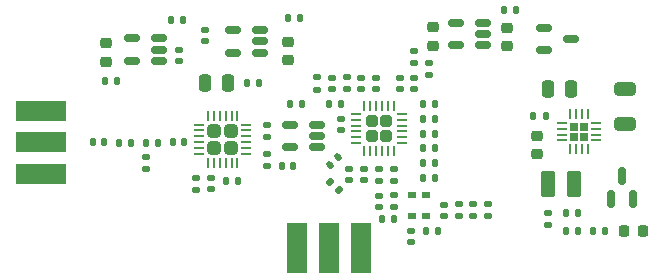
<source format=gbr>
%TF.GenerationSoftware,KiCad,Pcbnew,9.0.1-1.fc42*%
%TF.CreationDate,2025-04-12T13:57:23+02:00*%
%TF.ProjectId,ADF4158_PCB,41444634-3135-4385-9f50-43422e6b6963,rev?*%
%TF.SameCoordinates,Original*%
%TF.FileFunction,Paste,Top*%
%TF.FilePolarity,Positive*%
%FSLAX46Y46*%
G04 Gerber Fmt 4.6, Leading zero omitted, Abs format (unit mm)*
G04 Created by KiCad (PCBNEW 9.0.1-1.fc42) date 2025-04-12 13:57:23*
%MOMM*%
%LPD*%
G01*
G04 APERTURE LIST*
G04 Aperture macros list*
%AMRoundRect*
0 Rectangle with rounded corners*
0 $1 Rounding radius*
0 $2 $3 $4 $5 $6 $7 $8 $9 X,Y pos of 4 corners*
0 Add a 4 corners polygon primitive as box body*
4,1,4,$2,$3,$4,$5,$6,$7,$8,$9,$2,$3,0*
0 Add four circle primitives for the rounded corners*
1,1,$1+$1,$2,$3*
1,1,$1+$1,$4,$5*
1,1,$1+$1,$6,$7*
1,1,$1+$1,$8,$9*
0 Add four rect primitives between the rounded corners*
20,1,$1+$1,$2,$3,$4,$5,0*
20,1,$1+$1,$4,$5,$6,$7,0*
20,1,$1+$1,$6,$7,$8,$9,0*
20,1,$1+$1,$8,$9,$2,$3,0*%
G04 Aperture macros list end*
%ADD10RoundRect,0.250000X0.315000X0.315000X-0.315000X0.315000X-0.315000X-0.315000X0.315000X-0.315000X0*%
%ADD11RoundRect,0.062500X0.325000X0.062500X-0.325000X0.062500X-0.325000X-0.062500X0.325000X-0.062500X0*%
%ADD12RoundRect,0.062500X0.062500X0.325000X-0.062500X0.325000X-0.062500X-0.325000X0.062500X-0.325000X0*%
%ADD13RoundRect,0.140000X0.140000X0.170000X-0.140000X0.170000X-0.140000X-0.170000X0.140000X-0.170000X0*%
%ADD14RoundRect,0.135000X0.135000X0.185000X-0.135000X0.185000X-0.135000X-0.185000X0.135000X-0.185000X0*%
%ADD15RoundRect,0.140000X0.170000X-0.140000X0.170000X0.140000X-0.170000X0.140000X-0.170000X-0.140000X0*%
%ADD16R,0.800000X0.600000*%
%ADD17RoundRect,0.140000X-0.170000X0.140000X-0.170000X-0.140000X0.170000X-0.140000X0.170000X0.140000X0*%
%ADD18RoundRect,0.150000X0.512500X0.150000X-0.512500X0.150000X-0.512500X-0.150000X0.512500X-0.150000X0*%
%ADD19RoundRect,0.250000X0.375000X0.850000X-0.375000X0.850000X-0.375000X-0.850000X0.375000X-0.850000X0*%
%ADD20R,1.800000X4.200000*%
%ADD21RoundRect,0.135000X-0.185000X0.135000X-0.185000X-0.135000X0.185000X-0.135000X0.185000X0.135000X0*%
%ADD22RoundRect,0.250000X-0.255000X-0.255000X0.255000X-0.255000X0.255000X0.255000X-0.255000X0.255000X0*%
%ADD23RoundRect,0.062500X-0.375000X-0.062500X0.375000X-0.062500X0.375000X0.062500X-0.375000X0.062500X0*%
%ADD24RoundRect,0.062500X-0.062500X-0.375000X0.062500X-0.375000X0.062500X0.375000X-0.062500X0.375000X0*%
%ADD25RoundRect,0.135000X-0.135000X-0.185000X0.135000X-0.185000X0.135000X0.185000X-0.135000X0.185000X0*%
%ADD26RoundRect,0.250000X-0.650000X0.325000X-0.650000X-0.325000X0.650000X-0.325000X0.650000X0.325000X0*%
%ADD27RoundRect,0.135000X0.185000X-0.135000X0.185000X0.135000X-0.185000X0.135000X-0.185000X-0.135000X0*%
%ADD28RoundRect,0.218750X0.218750X0.256250X-0.218750X0.256250X-0.218750X-0.256250X0.218750X-0.256250X0*%
%ADD29RoundRect,0.150000X-0.512500X-0.150000X0.512500X-0.150000X0.512500X0.150000X-0.512500X0.150000X0*%
%ADD30RoundRect,0.150000X0.150000X-0.587500X0.150000X0.587500X-0.150000X0.587500X-0.150000X-0.587500X0*%
%ADD31RoundRect,0.182500X0.182500X-0.182500X0.182500X0.182500X-0.182500X0.182500X-0.182500X-0.182500X0*%
%ADD32RoundRect,0.062500X0.062500X-0.350000X0.062500X0.350000X-0.062500X0.350000X-0.062500X-0.350000X0*%
%ADD33RoundRect,0.062500X0.350000X-0.062500X0.350000X0.062500X-0.350000X0.062500X-0.350000X-0.062500X0*%
%ADD34RoundRect,0.135000X0.226274X0.035355X0.035355X0.226274X-0.226274X-0.035355X-0.035355X-0.226274X0*%
%ADD35R,4.200000X1.800000*%
%ADD36RoundRect,0.225000X0.250000X-0.225000X0.250000X0.225000X-0.250000X0.225000X-0.250000X-0.225000X0*%
%ADD37RoundRect,0.250000X0.250000X0.475000X-0.250000X0.475000X-0.250000X-0.475000X0.250000X-0.475000X0*%
%ADD38RoundRect,0.140000X-0.140000X-0.170000X0.140000X-0.170000X0.140000X0.170000X-0.140000X0.170000X0*%
%ADD39RoundRect,0.140000X-0.021213X0.219203X-0.219203X0.021213X0.021213X-0.219203X0.219203X-0.021213X0*%
G04 APERTURE END LIST*
D10*
%TO.C,U4*%
X140712500Y-102437500D03*
X140712500Y-101037500D03*
X139312500Y-102437500D03*
X139312500Y-101037500D03*
D11*
X142000000Y-102987500D03*
X142000000Y-102487500D03*
X142000000Y-101987500D03*
X142000000Y-101487500D03*
X142000000Y-100987500D03*
X142000000Y-100487500D03*
D12*
X141262500Y-99750000D03*
X140762500Y-99750000D03*
X140262500Y-99750000D03*
X139762500Y-99750000D03*
X139262500Y-99750000D03*
X138762500Y-99750000D03*
D11*
X138025000Y-100487500D03*
X138025000Y-100987500D03*
X138025000Y-101487500D03*
X138025000Y-101987500D03*
X138025000Y-102487500D03*
X138025000Y-102987500D03*
D12*
X138762500Y-103725000D03*
X139262500Y-103725000D03*
X139762500Y-103725000D03*
X140262500Y-103725000D03*
X140762500Y-103725000D03*
X141262500Y-103725000D03*
%TD*%
D13*
%TO.C,C19*%
X136750000Y-102000000D03*
X135790000Y-102000000D03*
%TD*%
D14*
%TO.C,R25*%
X158010000Y-101250000D03*
X156990000Y-101250000D03*
%TD*%
%TO.C,R19*%
X154520000Y-108500000D03*
X153500000Y-108500000D03*
%TD*%
D15*
%TO.C,C9*%
X149250000Y-97500000D03*
X149250000Y-96540000D03*
%TD*%
D16*
%TO.C,Y1*%
X157250000Y-108250000D03*
X157250000Y-106450000D03*
X156050000Y-106450000D03*
X156050000Y-108250000D03*
%TD*%
D17*
%TO.C,C8*%
X138550000Y-92450000D03*
X138550000Y-93410000D03*
%TD*%
D15*
%TO.C,C20*%
X150750000Y-105210000D03*
X150750000Y-104250000D03*
%TD*%
D14*
%TO.C,R13*%
X164835000Y-90800000D03*
X163815000Y-90800000D03*
%TD*%
D18*
%TO.C,U5*%
X148000000Y-102400000D03*
X148000000Y-101450000D03*
X148000000Y-100500000D03*
X145725000Y-100500000D03*
X145725000Y-102400000D03*
%TD*%
D14*
%TO.C,R6*%
X136620000Y-91600000D03*
X135600000Y-91600000D03*
%TD*%
%TO.C,R26*%
X170120000Y-109500000D03*
X169100000Y-109500000D03*
%TD*%
D13*
%TO.C,C21*%
X130000000Y-102000000D03*
X129040000Y-102000000D03*
%TD*%
D19*
%TO.C,L1*%
X169750000Y-105500000D03*
X167600000Y-105500000D03*
%TD*%
D17*
%TO.C,C28*%
X158750000Y-107290000D03*
X158750000Y-108250000D03*
%TD*%
D20*
%TO.C,J3*%
X149000000Y-110900000D03*
X151700000Y-110900000D03*
X146300000Y-110900000D03*
%TD*%
D13*
%TO.C,C23*%
X145960000Y-104000000D03*
X145000000Y-104000000D03*
%TD*%
D21*
%TO.C,R12*%
X157500000Y-95250000D03*
X157500000Y-96270000D03*
%TD*%
D14*
%TO.C,R4*%
X146570000Y-91450000D03*
X145550000Y-91450000D03*
%TD*%
D22*
%TO.C,U6*%
X152625000Y-100200000D03*
X152625000Y-101450000D03*
X153875000Y-100200000D03*
X153875000Y-101450000D03*
D23*
X151312500Y-99575000D03*
X151312500Y-100075000D03*
X151312500Y-100575000D03*
X151312500Y-101075000D03*
X151312500Y-101575000D03*
X151312500Y-102075000D03*
D24*
X152000000Y-102762500D03*
X152500000Y-102762500D03*
X153000000Y-102762500D03*
X153500000Y-102762500D03*
X154000000Y-102762500D03*
X154500000Y-102762500D03*
D23*
X155187500Y-102075000D03*
X155187500Y-101575000D03*
X155187500Y-101075000D03*
X155187500Y-100575000D03*
X155187500Y-100075000D03*
X155187500Y-99575000D03*
D24*
X154500000Y-98887500D03*
X154000000Y-98887500D03*
X153500000Y-98887500D03*
X153000000Y-98887500D03*
X152500000Y-98887500D03*
X152000000Y-98887500D03*
%TD*%
D25*
%TO.C,R8*%
X166330000Y-99750000D03*
X167350000Y-99750000D03*
%TD*%
%TO.C,R27*%
X157250000Y-109500000D03*
X158270000Y-109500000D03*
%TD*%
D18*
%TO.C,U3*%
X162025000Y-93750000D03*
X162025000Y-92800000D03*
X162025000Y-91850000D03*
X159750000Y-91850000D03*
X159750000Y-93750000D03*
%TD*%
D14*
%TO.C,R28*%
X158010000Y-103750000D03*
X156990000Y-103750000D03*
%TD*%
D17*
%TO.C,C29*%
X156000000Y-109500000D03*
X156000000Y-110460000D03*
%TD*%
%TO.C,C13*%
X156250000Y-96520000D03*
X156250000Y-97480000D03*
%TD*%
D21*
%TO.C,R1*%
X148000000Y-96500000D03*
X148000000Y-97520000D03*
%TD*%
D14*
%TO.C,R29*%
X170120000Y-108000000D03*
X169100000Y-108000000D03*
%TD*%
D15*
%TO.C,C26*%
X152000000Y-105210000D03*
X152000000Y-104250000D03*
%TD*%
D14*
%TO.C,R10*%
X158030000Y-100000000D03*
X157010000Y-100000000D03*
%TD*%
D18*
%TO.C,U1*%
X143187500Y-94400000D03*
X143187500Y-93450000D03*
X143187500Y-92500000D03*
X140912500Y-92500000D03*
X140912500Y-94400000D03*
%TD*%
D26*
%TO.C,C12*%
X174100000Y-97500000D03*
X174100000Y-100450000D03*
%TD*%
D21*
%TO.C,R24*%
X154500000Y-106480000D03*
X154500000Y-107500000D03*
%TD*%
%TO.C,R30*%
X167600000Y-107990000D03*
X167600000Y-109010000D03*
%TD*%
D27*
%TO.C,R31*%
X160000000Y-108250000D03*
X160000000Y-107230000D03*
%TD*%
D18*
%TO.C,U2*%
X134600000Y-95100000D03*
X134600000Y-94150000D03*
X134600000Y-93200000D03*
X132325000Y-93200000D03*
X132325000Y-95100000D03*
%TD*%
D28*
%TO.C,D1*%
X175600000Y-109500000D03*
X174025000Y-109500000D03*
%TD*%
D29*
%TO.C,Q1*%
X167225000Y-92300000D03*
X167225000Y-94200000D03*
X169500000Y-93250000D03*
%TD*%
D30*
%TO.C,Q2*%
X172850000Y-106750000D03*
X174750000Y-106750000D03*
X173800000Y-104875000D03*
%TD*%
D14*
%TO.C,R32*%
X158010000Y-105000000D03*
X156990000Y-105000000D03*
%TD*%
D27*
%TO.C,R18*%
X133500000Y-104270000D03*
X133500000Y-103250000D03*
%TD*%
D14*
%TO.C,R33*%
X158030000Y-102500000D03*
X157010000Y-102500000D03*
%TD*%
D31*
%TO.C,U7*%
X169760000Y-101500000D03*
X170600000Y-101500000D03*
X169760000Y-100660000D03*
X170600000Y-100660000D03*
D32*
X169430000Y-102542500D03*
X169930000Y-102542500D03*
X170430000Y-102542500D03*
X170930000Y-102542500D03*
D33*
X171642500Y-101830000D03*
X171642500Y-101330000D03*
X171642500Y-100830000D03*
X171642500Y-100330000D03*
D32*
X170930000Y-99617500D03*
X170430000Y-99617500D03*
X169930000Y-99617500D03*
X169430000Y-99617500D03*
D33*
X168717500Y-100330000D03*
X168717500Y-100830000D03*
X168717500Y-101330000D03*
X168717500Y-101830000D03*
%TD*%
D17*
%TO.C,C11*%
X155000000Y-96540000D03*
X155000000Y-97500000D03*
%TD*%
D34*
%TO.C,R15*%
X149860624Y-106060624D03*
X149139376Y-105339376D03*
%TD*%
D35*
%TO.C,J2*%
X124600000Y-102000000D03*
X124600000Y-104700000D03*
X124600000Y-99300000D03*
%TD*%
D27*
%TO.C,R11*%
X156250000Y-95250000D03*
X156250000Y-94230000D03*
%TD*%
D14*
%TO.C,R2*%
X146770000Y-98750000D03*
X145750000Y-98750000D03*
%TD*%
D25*
%TO.C,R3*%
X142050000Y-96950000D03*
X143070000Y-96950000D03*
%TD*%
D21*
%TO.C,R14*%
X143750000Y-100500000D03*
X143750000Y-101520000D03*
%TD*%
D36*
%TO.C,C3*%
X145550000Y-95050000D03*
X145550000Y-93500000D03*
%TD*%
D37*
%TO.C,C4*%
X140450000Y-96950000D03*
X138550000Y-96950000D03*
%TD*%
D15*
%TO.C,C5*%
X136300000Y-95100000D03*
X136300000Y-94140000D03*
%TD*%
D17*
%TO.C,C6*%
X151750000Y-96540000D03*
X151750000Y-97500000D03*
%TD*%
D14*
%TO.C,R34*%
X172370000Y-109500000D03*
X171350000Y-109500000D03*
%TD*%
D36*
%TO.C,C30*%
X166600000Y-103000000D03*
X166600000Y-101450000D03*
%TD*%
%TO.C,C16*%
X157825000Y-93800000D03*
X157825000Y-92250000D03*
%TD*%
%TO.C,C10*%
X130100000Y-95150000D03*
X130100000Y-93600000D03*
%TD*%
D38*
%TO.C,C18*%
X140332500Y-105250000D03*
X141292500Y-105250000D03*
%TD*%
D39*
%TO.C,C17*%
X149750000Y-103250000D03*
X149071178Y-103928822D03*
%TD*%
D21*
%TO.C,R17*%
X143750000Y-103000000D03*
X143750000Y-104020000D03*
%TD*%
D14*
%TO.C,R16*%
X132270000Y-102010000D03*
X131250000Y-102010000D03*
%TD*%
D27*
%TO.C,R22*%
X161250000Y-108250000D03*
X161250000Y-107230000D03*
%TD*%
D25*
%TO.C,R9*%
X157010000Y-98750000D03*
X158030000Y-98750000D03*
%TD*%
D15*
%TO.C,C27*%
X139000000Y-105980000D03*
X139000000Y-105020000D03*
%TD*%
D13*
%TO.C,C7*%
X150000000Y-98750000D03*
X149040000Y-98750000D03*
%TD*%
D21*
%TO.C,R21*%
X162500000Y-107240000D03*
X162500000Y-108260000D03*
%TD*%
%TO.C,R5*%
X150500000Y-96480000D03*
X150500000Y-97500000D03*
%TD*%
D15*
%TO.C,C2*%
X150000000Y-100980000D03*
X150000000Y-100020000D03*
%TD*%
%TO.C,C25*%
X153250000Y-105230000D03*
X153250000Y-104270000D03*
%TD*%
D36*
%TO.C,C14*%
X164075000Y-93850000D03*
X164075000Y-92300000D03*
%TD*%
D15*
%TO.C,C24*%
X153250000Y-107460000D03*
X153250000Y-106500000D03*
%TD*%
D14*
%TO.C,R20*%
X134500000Y-102010000D03*
X133480000Y-102010000D03*
%TD*%
D15*
%TO.C,C22*%
X137750000Y-106000000D03*
X137750000Y-105040000D03*
%TD*%
D17*
%TO.C,C1*%
X153000000Y-96540000D03*
X153000000Y-97500000D03*
%TD*%
D37*
%TO.C,C15*%
X169500000Y-97500000D03*
X167600000Y-97500000D03*
%TD*%
D25*
%TO.C,R7*%
X130080000Y-96800000D03*
X131100000Y-96800000D03*
%TD*%
D21*
%TO.C,R23*%
X154500000Y-104230000D03*
X154500000Y-105250000D03*
%TD*%
M02*

</source>
